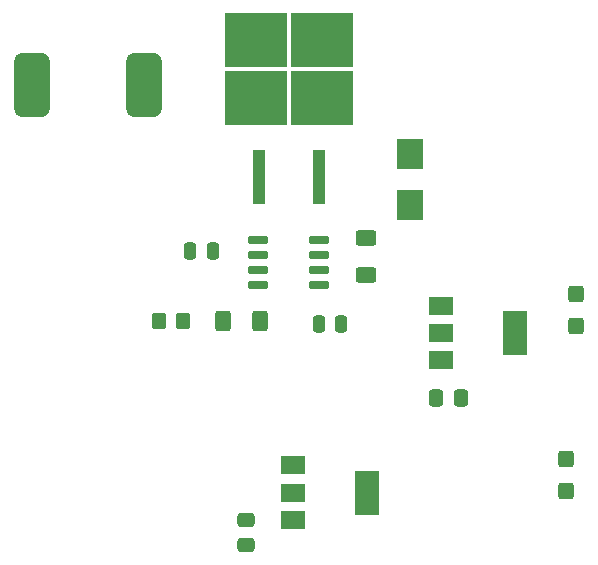
<source format=gtp>
G04 #@! TF.GenerationSoftware,KiCad,Pcbnew,(6.0.10)*
G04 #@! TF.CreationDate,2023-01-08T15:34:45+00:00*
G04 #@! TF.ProjectId,NixiePowerAlternate,4e697869-6550-46f7-9765-72416c746572,rev?*
G04 #@! TF.SameCoordinates,Original*
G04 #@! TF.FileFunction,Paste,Top*
G04 #@! TF.FilePolarity,Positive*
%FSLAX46Y46*%
G04 Gerber Fmt 4.6, Leading zero omitted, Abs format (unit mm)*
G04 Created by KiCad (PCBNEW (6.0.10)) date 2023-01-08 15:34:45*
%MOMM*%
%LPD*%
G01*
G04 APERTURE LIST*
G04 Aperture macros list*
%AMRoundRect*
0 Rectangle with rounded corners*
0 $1 Rounding radius*
0 $2 $3 $4 $5 $6 $7 $8 $9 X,Y pos of 4 corners*
0 Add a 4 corners polygon primitive as box body*
4,1,4,$2,$3,$4,$5,$6,$7,$8,$9,$2,$3,0*
0 Add four circle primitives for the rounded corners*
1,1,$1+$1,$2,$3*
1,1,$1+$1,$4,$5*
1,1,$1+$1,$6,$7*
1,1,$1+$1,$8,$9*
0 Add four rect primitives between the rounded corners*
20,1,$1+$1,$2,$3,$4,$5,0*
20,1,$1+$1,$4,$5,$6,$7,0*
20,1,$1+$1,$6,$7,$8,$9,0*
20,1,$1+$1,$8,$9,$2,$3,0*%
G04 Aperture macros list end*
%ADD10R,5.250000X4.550000*%
%ADD11R,1.100000X4.600000*%
%ADD12RoundRect,0.250000X0.350000X0.450000X-0.350000X0.450000X-0.350000X-0.450000X0.350000X-0.450000X0*%
%ADD13RoundRect,0.250000X0.400000X0.625000X-0.400000X0.625000X-0.400000X-0.625000X0.400000X-0.625000X0*%
%ADD14RoundRect,0.250000X0.425000X-0.450000X0.425000X0.450000X-0.425000X0.450000X-0.425000X-0.450000X0*%
%ADD15R,2.300000X2.500000*%
%ADD16RoundRect,0.250000X-0.475000X0.337500X-0.475000X-0.337500X0.475000X-0.337500X0.475000X0.337500X0*%
%ADD17RoundRect,0.250000X0.250000X0.475000X-0.250000X0.475000X-0.250000X-0.475000X0.250000X-0.475000X0*%
%ADD18R,2.000000X1.500000*%
%ADD19R,2.000000X3.800000*%
%ADD20RoundRect,0.150000X-0.725000X-0.150000X0.725000X-0.150000X0.725000X0.150000X-0.725000X0.150000X0*%
%ADD21RoundRect,0.250000X-0.625000X0.400000X-0.625000X-0.400000X0.625000X-0.400000X0.625000X0.400000X0*%
%ADD22RoundRect,0.250000X-0.425000X0.450000X-0.425000X-0.450000X0.425000X-0.450000X0.425000X0.450000X0*%
%ADD23RoundRect,0.250000X-0.337500X-0.475000X0.337500X-0.475000X0.337500X0.475000X-0.337500X0.475000X0*%
%ADD24RoundRect,0.250000X-0.250000X-0.475000X0.250000X-0.475000X0.250000X0.475000X-0.250000X0.475000X0*%
%ADD25RoundRect,0.750000X-0.750000X2.000000X-0.750000X-2.000000X0.750000X-2.000000X0.750000X2.000000X0*%
G04 APERTURE END LIST*
D10*
X159225000Y-109050000D03*
X164775000Y-109050000D03*
X164775000Y-104200000D03*
X159225000Y-104200000D03*
D11*
X159460000Y-115775000D03*
X164540000Y-115775000D03*
D12*
X153000000Y-128000000D03*
X151000000Y-128000000D03*
D13*
X159550000Y-128000000D03*
X156450000Y-128000000D03*
D14*
X186300000Y-128350000D03*
X186300000Y-125650000D03*
D15*
X172266450Y-118150000D03*
X172266450Y-113850000D03*
D16*
X158375000Y-144823752D03*
X158375000Y-146898752D03*
D17*
X155550000Y-122000000D03*
X153650000Y-122000000D03*
D18*
X174850000Y-126700000D03*
X174850000Y-129000000D03*
D19*
X181150000Y-129000000D03*
D18*
X174850000Y-131300000D03*
D20*
X159425000Y-121095000D03*
X159425000Y-122365000D03*
X159425000Y-123635000D03*
X159425000Y-124905000D03*
X164575000Y-124905000D03*
X164575000Y-123635000D03*
X164575000Y-122365000D03*
X164575000Y-121095000D03*
D21*
X168500000Y-120950000D03*
X168500000Y-124050000D03*
D22*
X185500000Y-139650000D03*
X185500000Y-142350000D03*
D23*
X174462500Y-134500000D03*
X176537500Y-134500000D03*
D18*
X162350000Y-140200000D03*
X162350000Y-142500000D03*
D19*
X168650000Y-142500000D03*
D18*
X162350000Y-144800000D03*
D24*
X164550000Y-128250000D03*
X166450000Y-128250000D03*
D25*
X149750000Y-108000000D03*
X140250000Y-108000000D03*
M02*

</source>
